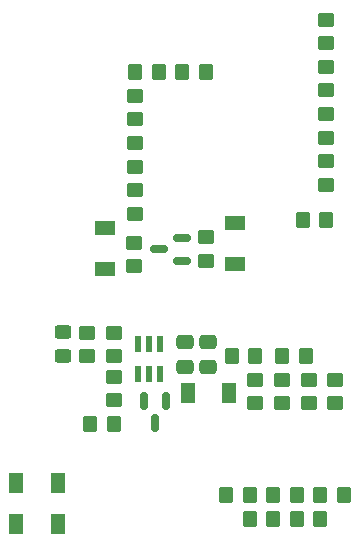
<source format=gbr>
%TF.GenerationSoftware,KiCad,Pcbnew,(6.0.2)*%
%TF.CreationDate,2022-08-02T15:31:11+02:00*%
%TF.ProjectId,hv_discharge_v2c,68765f64-6973-4636-9861-7267655f7632,rev?*%
%TF.SameCoordinates,Original*%
%TF.FileFunction,Paste,Bot*%
%TF.FilePolarity,Positive*%
%FSLAX46Y46*%
G04 Gerber Fmt 4.6, Leading zero omitted, Abs format (unit mm)*
G04 Created by KiCad (PCBNEW (6.0.2)) date 2022-08-02 15:31:11*
%MOMM*%
%LPD*%
G01*
G04 APERTURE LIST*
G04 Aperture macros list*
%AMRoundRect*
0 Rectangle with rounded corners*
0 $1 Rounding radius*
0 $2 $3 $4 $5 $6 $7 $8 $9 X,Y pos of 4 corners*
0 Add a 4 corners polygon primitive as box body*
4,1,4,$2,$3,$4,$5,$6,$7,$8,$9,$2,$3,0*
0 Add four circle primitives for the rounded corners*
1,1,$1+$1,$2,$3*
1,1,$1+$1,$4,$5*
1,1,$1+$1,$6,$7*
1,1,$1+$1,$8,$9*
0 Add four rect primitives between the rounded corners*
20,1,$1+$1,$2,$3,$4,$5,0*
20,1,$1+$1,$4,$5,$6,$7,0*
20,1,$1+$1,$6,$7,$8,$9,0*
20,1,$1+$1,$8,$9,$2,$3,0*%
G04 Aperture macros list end*
%ADD10RoundRect,0.250000X-0.450000X0.350000X-0.450000X-0.350000X0.450000X-0.350000X0.450000X0.350000X0*%
%ADD11RoundRect,0.250000X0.450000X-0.350000X0.450000X0.350000X-0.450000X0.350000X-0.450000X-0.350000X0*%
%ADD12R,1.300000X1.700000*%
%ADD13RoundRect,0.250000X0.350000X0.450000X-0.350000X0.450000X-0.350000X-0.450000X0.350000X-0.450000X0*%
%ADD14R,1.700000X1.300000*%
%ADD15RoundRect,0.250000X-0.475000X0.337500X-0.475000X-0.337500X0.475000X-0.337500X0.475000X0.337500X0*%
%ADD16RoundRect,0.150000X0.587500X0.150000X-0.587500X0.150000X-0.587500X-0.150000X0.587500X-0.150000X0*%
%ADD17R,0.558800X1.320800*%
%ADD18RoundRect,0.250000X-0.350000X-0.450000X0.350000X-0.450000X0.350000X0.450000X-0.350000X0.450000X0*%
%ADD19RoundRect,0.250000X-0.450000X0.325000X-0.450000X-0.325000X0.450000X-0.325000X0.450000X0.325000X0*%
%ADD20RoundRect,0.150000X-0.150000X0.587500X-0.150000X-0.587500X0.150000X-0.587500X0.150000X0.587500X0*%
G04 APERTURE END LIST*
D10*
%TO.C,R27*%
X118250000Y-167000000D03*
X118250000Y-169000000D03*
%TD*%
D11*
%TO.C,R24*%
X132500000Y-173000000D03*
X132500000Y-171000000D03*
%TD*%
D12*
%TO.C,D8*%
X115750000Y-183200000D03*
X112250000Y-183200000D03*
%TD*%
D11*
%TO.C,R26*%
X120500000Y-169000000D03*
X120500000Y-167000000D03*
%TD*%
D13*
%TO.C,R17*%
X136000000Y-180750000D03*
X134000000Y-180750000D03*
%TD*%
D14*
%TO.C,D3*%
X130806250Y-157700000D03*
X130806250Y-161200000D03*
%TD*%
D10*
%TO.C,R23*%
X134750000Y-171000000D03*
X134750000Y-173000000D03*
%TD*%
D11*
%TO.C,R4*%
X138500000Y-150500000D03*
X138500000Y-148500000D03*
%TD*%
D15*
%TO.C,C2*%
X128500000Y-167800000D03*
X128500000Y-169875000D03*
%TD*%
D14*
%TO.C,D5*%
X119743750Y-158150000D03*
X119743750Y-161650000D03*
%TD*%
D11*
%TO.C,R5*%
X138500000Y-154500000D03*
X138500000Y-152500000D03*
%TD*%
D16*
%TO.C,Q1*%
X126243750Y-159000000D03*
X126243750Y-160900000D03*
X124368750Y-159950000D03*
%TD*%
D12*
%TO.C,D7*%
X112250000Y-179700000D03*
X115750000Y-179700000D03*
%TD*%
D11*
%TO.C,R1*%
X128306250Y-160950000D03*
X128306250Y-158950000D03*
%TD*%
D13*
%TO.C,R22*%
X136750000Y-169000000D03*
X134750000Y-169000000D03*
%TD*%
D17*
%TO.C,U1*%
X124450001Y-170545400D03*
X123500000Y-170545400D03*
X122549999Y-170545400D03*
X122549999Y-167954600D03*
X123500000Y-167954600D03*
X124450001Y-167954600D03*
%TD*%
D18*
%TO.C,R6*%
X136500000Y-157500000D03*
X138500000Y-157500000D03*
%TD*%
D13*
%TO.C,R15*%
X140000000Y-180750000D03*
X138000000Y-180750000D03*
%TD*%
D11*
%TO.C,R10*%
X122306250Y-152950000D03*
X122306250Y-150950000D03*
%TD*%
D15*
%TO.C,C1*%
X126500000Y-167800000D03*
X126500000Y-169875000D03*
%TD*%
D11*
%TO.C,R12*%
X122243750Y-161400000D03*
X122243750Y-159400000D03*
%TD*%
D13*
%TO.C,R29*%
X120500000Y-174750000D03*
X118500000Y-174750000D03*
%TD*%
D10*
%TO.C,R20*%
X139250000Y-171000000D03*
X139250000Y-173000000D03*
%TD*%
D13*
%TO.C,R16*%
X138000000Y-182750000D03*
X136000000Y-182750000D03*
%TD*%
D18*
%TO.C,R8*%
X122306250Y-144950000D03*
X124306250Y-144950000D03*
%TD*%
D13*
%TO.C,R19*%
X132000000Y-180750000D03*
X130000000Y-180750000D03*
%TD*%
D12*
%TO.C,D9*%
X130250000Y-172125000D03*
X126750000Y-172125000D03*
%TD*%
D19*
%TO.C,D11*%
X116250000Y-166975000D03*
X116250000Y-169025000D03*
%TD*%
D13*
%TO.C,R18*%
X134000000Y-182750000D03*
X132000000Y-182750000D03*
%TD*%
D18*
%TO.C,R7*%
X126306250Y-144950000D03*
X128306250Y-144950000D03*
%TD*%
D11*
%TO.C,R21*%
X137000000Y-173000000D03*
X137000000Y-171000000D03*
%TD*%
D13*
%TO.C,R25*%
X132500000Y-168950000D03*
X130500000Y-168950000D03*
%TD*%
D11*
%TO.C,R28*%
X120500000Y-172750000D03*
X120500000Y-170750000D03*
%TD*%
%TO.C,R2*%
X138500000Y-142500000D03*
X138500000Y-140500000D03*
%TD*%
%TO.C,R11*%
X122306250Y-156950000D03*
X122306250Y-154950000D03*
%TD*%
%TO.C,R9*%
X122306250Y-148950000D03*
X122306250Y-146950000D03*
%TD*%
%TO.C,R3*%
X138500000Y-146500000D03*
X138500000Y-144500000D03*
%TD*%
D20*
%TO.C,D10*%
X123050000Y-172812500D03*
X124950000Y-172812500D03*
X124000000Y-174687500D03*
%TD*%
M02*

</source>
